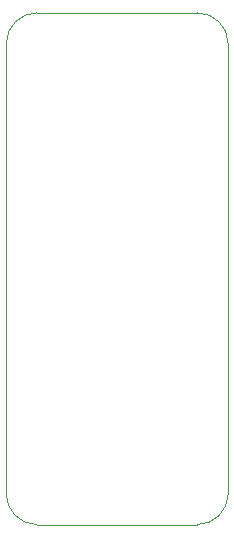
<source format=gbr>
%TF.GenerationSoftware,KiCad,Pcbnew,7.0.5*%
%TF.CreationDate,2024-01-24T18:24:41+02:00*%
%TF.ProjectId,Comparator 10bit,436f6d70-6172-4617-946f-722031306269,rev?*%
%TF.SameCoordinates,Original*%
%TF.FileFunction,Profile,NP*%
%FSLAX46Y46*%
G04 Gerber Fmt 4.6, Leading zero omitted, Abs format (unit mm)*
G04 Created by KiCad (PCBNEW 7.0.5) date 2024-01-24 18:24:41*
%MOMM*%
%LPD*%
G01*
G04 APERTURE LIST*
%TA.AperFunction,Profile*%
%ADD10C,0.100000*%
%TD*%
G04 APERTURE END LIST*
D10*
%TO.C,J1*%
X128704268Y-94053730D02*
G75*
G03*
X131318000Y-91440000I2J2613730D01*
G01*
X131317993Y-53339999D02*
G75*
G03*
X128704267Y-50726267I-2613723J9D01*
G01*
X112522000Y-91440000D02*
G75*
G03*
X115135733Y-94053733I2613729J-4D01*
G01*
X115135732Y-50726268D02*
G75*
G03*
X112522000Y-53340000I-1J-2613731D01*
G01*
X131318000Y-91440000D02*
X131317999Y-53339999D01*
X128704268Y-94053732D02*
X115135733Y-94053733D01*
X115135732Y-50726268D02*
X128704267Y-50726267D01*
X112522000Y-91440000D02*
X112522000Y-53340000D01*
%TD*%
M02*

</source>
